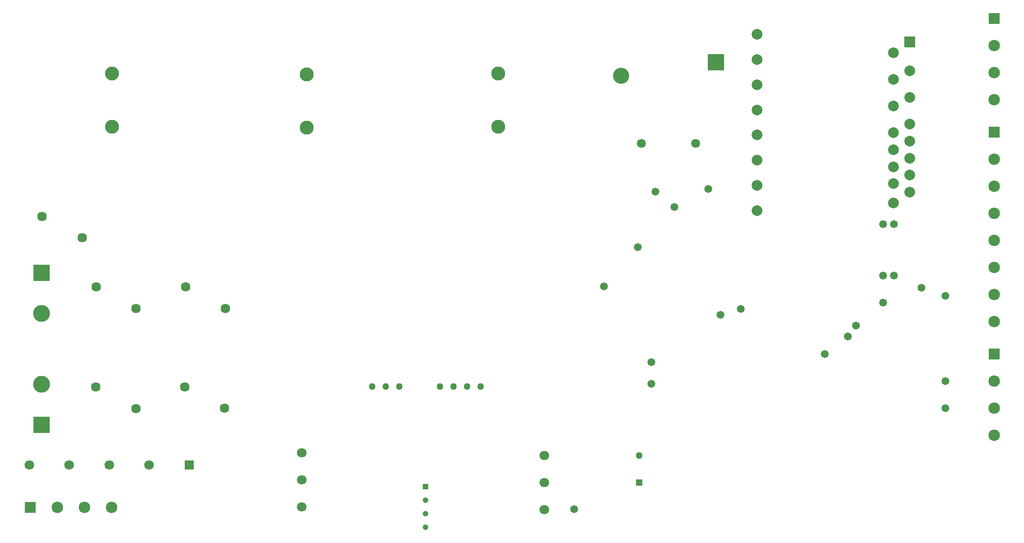
<source format=gbs>
G04*
G04 #@! TF.GenerationSoftware,Altium Limited,Altium Designer,24.10.1 (45)*
G04*
G04 Layer_Color=16711935*
%FSLAX44Y44*%
%MOMM*%
G71*
G04*
G04 #@! TF.SameCoordinates,A4BD9A84-A7EC-4617-AE02-E11DBA2AA322*
G04*
G04*
G04 #@! TF.FilePolarity,Negative*
G04*
G01*
G75*
%ADD53R,2.0032X2.0032*%
%ADD54C,2.0032*%
%ADD55R,2.1532X2.1532*%
%ADD56C,2.1532*%
%ADD57R,3.1732X3.1732*%
%ADD58C,3.1732*%
%ADD59R,2.1532X2.1532*%
%ADD60R,1.8034X1.8034*%
%ADD61C,1.8034*%
%ADD62C,2.6162*%
%ADD63R,1.3000X1.3000*%
%ADD64C,1.3000*%
%ADD65C,1.2700*%
%ADD66C,1.0668*%
%ADD67R,1.0668X1.0668*%
%ADD68C,1.6900*%
%ADD69C,3.0300*%
%ADD70R,3.1600X3.1600*%
%ADD71C,1.7932*%
%ADD72C,1.4732*%
D53*
X1942471Y1192823D02*
D03*
D54*
X1912471Y1172823D02*
D03*
X1942471Y1138823D02*
D03*
X1912471Y1122823D02*
D03*
X1942471Y1088823D02*
D03*
X1912471Y1072823D02*
D03*
X1942471Y1038823D02*
D03*
X1912471Y1022823D02*
D03*
X1942471Y1006823D02*
D03*
X1912471Y990823D02*
D03*
X1942471Y974823D02*
D03*
X1912471Y958823D02*
D03*
X1942471Y942823D02*
D03*
X1912471Y926823D02*
D03*
X1942471Y910823D02*
D03*
X1912471Y890823D02*
D03*
X1656471Y876273D02*
D03*
Y923573D02*
D03*
Y970873D02*
D03*
Y1018173D02*
D03*
Y1065473D02*
D03*
Y1112773D02*
D03*
Y1160073D02*
D03*
Y1207373D02*
D03*
D55*
X2100580Y1023620D02*
D03*
Y607060D02*
D03*
Y1236980D02*
D03*
D56*
Y972820D02*
D03*
Y922020D02*
D03*
Y871220D02*
D03*
Y820420D02*
D03*
Y769620D02*
D03*
Y718820D02*
D03*
Y668020D02*
D03*
X344811Y319503D02*
D03*
X395611D02*
D03*
X446411D02*
D03*
X2100580Y556260D02*
D03*
Y505460D02*
D03*
Y454660D02*
D03*
Y1186180D02*
D03*
Y1135380D02*
D03*
Y1084580D02*
D03*
D57*
X314960Y759460D02*
D03*
X314960Y474418D02*
D03*
D58*
X314960Y683460D02*
D03*
X314960Y550418D02*
D03*
D59*
X294011Y319503D02*
D03*
D60*
X592100Y398780D02*
D03*
D61*
X517100D02*
D03*
X442100D02*
D03*
X367100D02*
D03*
X292100D02*
D03*
X802640Y421640D02*
D03*
Y370840D02*
D03*
Y320039D02*
D03*
X1257300Y416560D02*
D03*
Y365760D02*
D03*
Y314960D02*
D03*
D62*
X447040Y1033780D02*
D03*
Y1133780D02*
D03*
X1170940D02*
D03*
Y1033780D02*
D03*
X812171Y1132303D02*
D03*
Y1032303D02*
D03*
D63*
X1435100Y366160D02*
D03*
D64*
Y416160D02*
D03*
D65*
X1137920Y546100D02*
D03*
X1112520D02*
D03*
X1087120D02*
D03*
X1061720D02*
D03*
X985520D02*
D03*
X960120D02*
D03*
X934720D02*
D03*
D66*
X1035050Y281940D02*
D03*
Y307340D02*
D03*
Y332740D02*
D03*
D67*
Y358140D02*
D03*
D68*
X1541151Y1002763D02*
D03*
X1439551D02*
D03*
D69*
X1401451Y1129763D02*
D03*
D70*
X1579251Y1155163D02*
D03*
D71*
X583571Y545563D02*
D03*
X658571Y505563D02*
D03*
X316160Y865500D02*
D03*
X391160Y825500D02*
D03*
X585126Y732883D02*
D03*
X660126Y692883D02*
D03*
X492486D02*
D03*
X417486Y732883D02*
D03*
X416886Y544923D02*
D03*
X491886Y504923D02*
D03*
D72*
X1432560Y807720D02*
D03*
X1465580Y911860D02*
D03*
X1457960Y591820D02*
D03*
X2009140Y716280D02*
D03*
X1457960Y551180D02*
D03*
X1892300Y703580D02*
D03*
X1625600Y691450D02*
D03*
X1912620Y754380D02*
D03*
X1892300D02*
D03*
Y850900D02*
D03*
X1912620D02*
D03*
X1964436Y731520D02*
D03*
X2009140Y556260D02*
D03*
X1841500Y660400D02*
D03*
X2009140Y505460D02*
D03*
X1826260Y640080D02*
D03*
X1564640Y916940D02*
D03*
X1501021Y883046D02*
D03*
X1587500Y680720D02*
D03*
X1369060Y734060D02*
D03*
X1313815Y315961D02*
D03*
X1783080Y607060D02*
D03*
M02*

</source>
